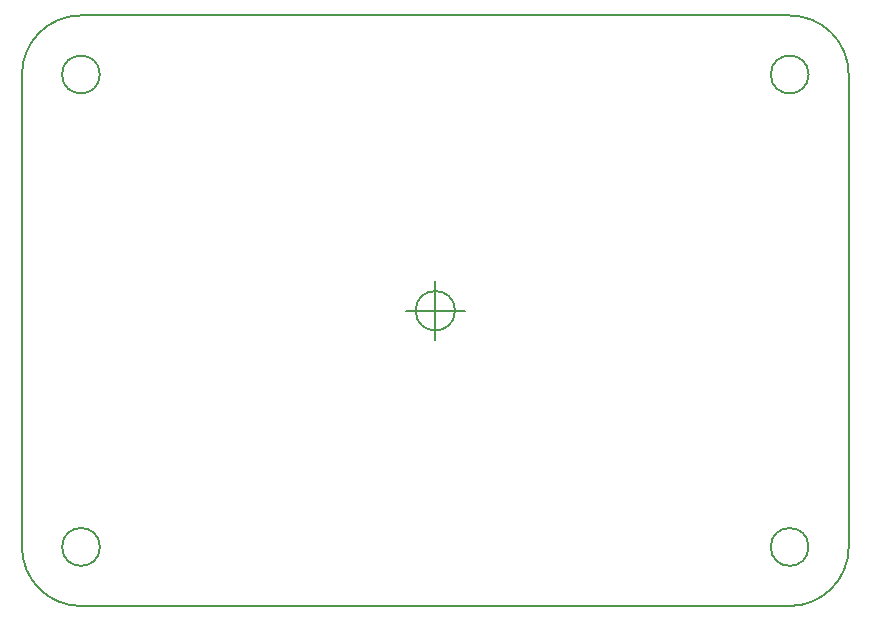
<source format=gbr>
G04 #@! TF.GenerationSoftware,KiCad,Pcbnew,(5.0.1)-3*
G04 #@! TF.CreationDate,2022-06-15T15:10:59+08:00*
G04 #@! TF.ProjectId,Omnibot V1,4F6D6E69626F742056312E6B69636164,rev?*
G04 #@! TF.SameCoordinates,Original*
G04 #@! TF.FileFunction,Profile,NP*
%FSLAX46Y46*%
G04 Gerber Fmt 4.6, Leading zero omitted, Abs format (unit mm)*
G04 Created by KiCad (PCBNEW (5.0.1)-3) date 15-Jun-22 3:10:59 PM*
%MOMM*%
%LPD*%
G01*
G04 APERTURE LIST*
%ADD10C,0.200000*%
G04 APERTURE END LIST*
D10*
X85000000Y-70000000D02*
G75*
G02X80000000Y-75000000I-5000000J0D01*
G01*
X20000000Y-75000000D02*
G75*
G02X15000000Y-70000000I0J5000000D01*
G01*
X15000000Y-30000000D02*
G75*
G02X20000000Y-25000000I5000000J0D01*
G01*
X80000000Y-25000000D02*
G75*
G02X85000000Y-30000000I0J-5000000D01*
G01*
X51666666Y-50000000D02*
G75*
G03X51666666Y-50000000I-1666666J0D01*
G01*
X47500000Y-50000000D02*
X52500000Y-50000000D01*
X50000000Y-47500000D02*
X50000000Y-52500000D01*
X81600000Y-30000000D02*
G75*
G03X81600000Y-30000000I-1600000J0D01*
G01*
X81600000Y-70000000D02*
G75*
G03X81600000Y-70000000I-1600000J0D01*
G01*
X21600000Y-70000000D02*
G75*
G03X21600000Y-70000000I-1600000J0D01*
G01*
X21600000Y-30000000D02*
G75*
G03X21600000Y-30000000I-1600000J0D01*
G01*
X85000000Y-70000000D02*
X85000000Y-30000000D01*
X20000000Y-75000000D02*
X80000000Y-75000000D01*
X20000000Y-25000000D02*
X80000000Y-25000000D01*
X15000000Y-30000000D02*
X15000000Y-70000000D01*
M02*

</source>
